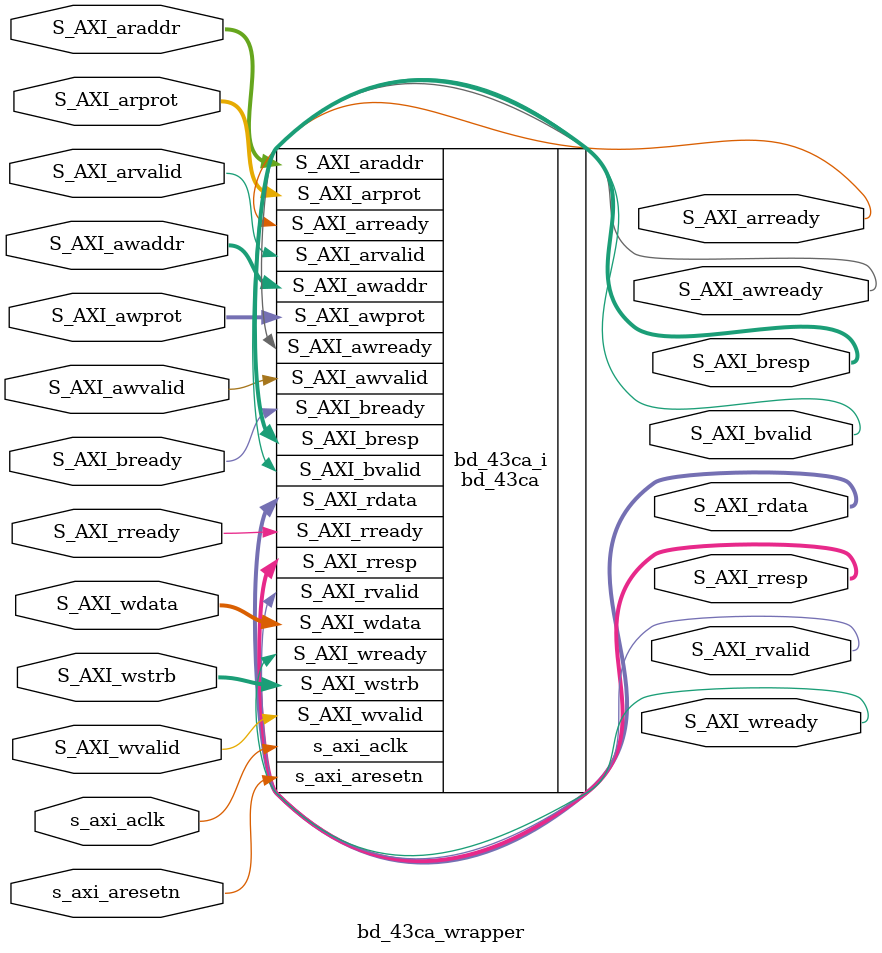
<source format=v>
`timescale 1 ps / 1 ps

module bd_43ca_wrapper
   (S_AXI_araddr,
    S_AXI_arprot,
    S_AXI_arready,
    S_AXI_arvalid,
    S_AXI_awaddr,
    S_AXI_awprot,
    S_AXI_awready,
    S_AXI_awvalid,
    S_AXI_bready,
    S_AXI_bresp,
    S_AXI_bvalid,
    S_AXI_rdata,
    S_AXI_rready,
    S_AXI_rresp,
    S_AXI_rvalid,
    S_AXI_wdata,
    S_AXI_wready,
    S_AXI_wstrb,
    S_AXI_wvalid,
    s_axi_aclk,
    s_axi_aresetn);
  input [4:0]S_AXI_araddr;
  input [2:0]S_AXI_arprot;
  output S_AXI_arready;
  input S_AXI_arvalid;
  input [4:0]S_AXI_awaddr;
  input [2:0]S_AXI_awprot;
  output S_AXI_awready;
  input S_AXI_awvalid;
  input S_AXI_bready;
  output [1:0]S_AXI_bresp;
  output S_AXI_bvalid;
  output [31:0]S_AXI_rdata;
  input S_AXI_rready;
  output [1:0]S_AXI_rresp;
  output S_AXI_rvalid;
  input [31:0]S_AXI_wdata;
  output S_AXI_wready;
  input [3:0]S_AXI_wstrb;
  input S_AXI_wvalid;
  input s_axi_aclk;
  input s_axi_aresetn;

  wire [4:0]S_AXI_araddr;
  wire [2:0]S_AXI_arprot;
  wire S_AXI_arready;
  wire S_AXI_arvalid;
  wire [4:0]S_AXI_awaddr;
  wire [2:0]S_AXI_awprot;
  wire S_AXI_awready;
  wire S_AXI_awvalid;
  wire S_AXI_bready;
  wire [1:0]S_AXI_bresp;
  wire S_AXI_bvalid;
  wire [31:0]S_AXI_rdata;
  wire S_AXI_rready;
  wire [1:0]S_AXI_rresp;
  wire S_AXI_rvalid;
  wire [31:0]S_AXI_wdata;
  wire S_AXI_wready;
  wire [3:0]S_AXI_wstrb;
  wire S_AXI_wvalid;
  wire s_axi_aclk;
  wire s_axi_aresetn;

  bd_43ca bd_43ca_i
       (.S_AXI_araddr(S_AXI_araddr),
        .S_AXI_arprot(S_AXI_arprot),
        .S_AXI_arready(S_AXI_arready),
        .S_AXI_arvalid(S_AXI_arvalid),
        .S_AXI_awaddr(S_AXI_awaddr),
        .S_AXI_awprot(S_AXI_awprot),
        .S_AXI_awready(S_AXI_awready),
        .S_AXI_awvalid(S_AXI_awvalid),
        .S_AXI_bready(S_AXI_bready),
        .S_AXI_bresp(S_AXI_bresp),
        .S_AXI_bvalid(S_AXI_bvalid),
        .S_AXI_rdata(S_AXI_rdata),
        .S_AXI_rready(S_AXI_rready),
        .S_AXI_rresp(S_AXI_rresp),
        .S_AXI_rvalid(S_AXI_rvalid),
        .S_AXI_wdata(S_AXI_wdata),
        .S_AXI_wready(S_AXI_wready),
        .S_AXI_wstrb(S_AXI_wstrb),
        .S_AXI_wvalid(S_AXI_wvalid),
        .s_axi_aclk(s_axi_aclk),
        .s_axi_aresetn(s_axi_aresetn));
endmodule

</source>
